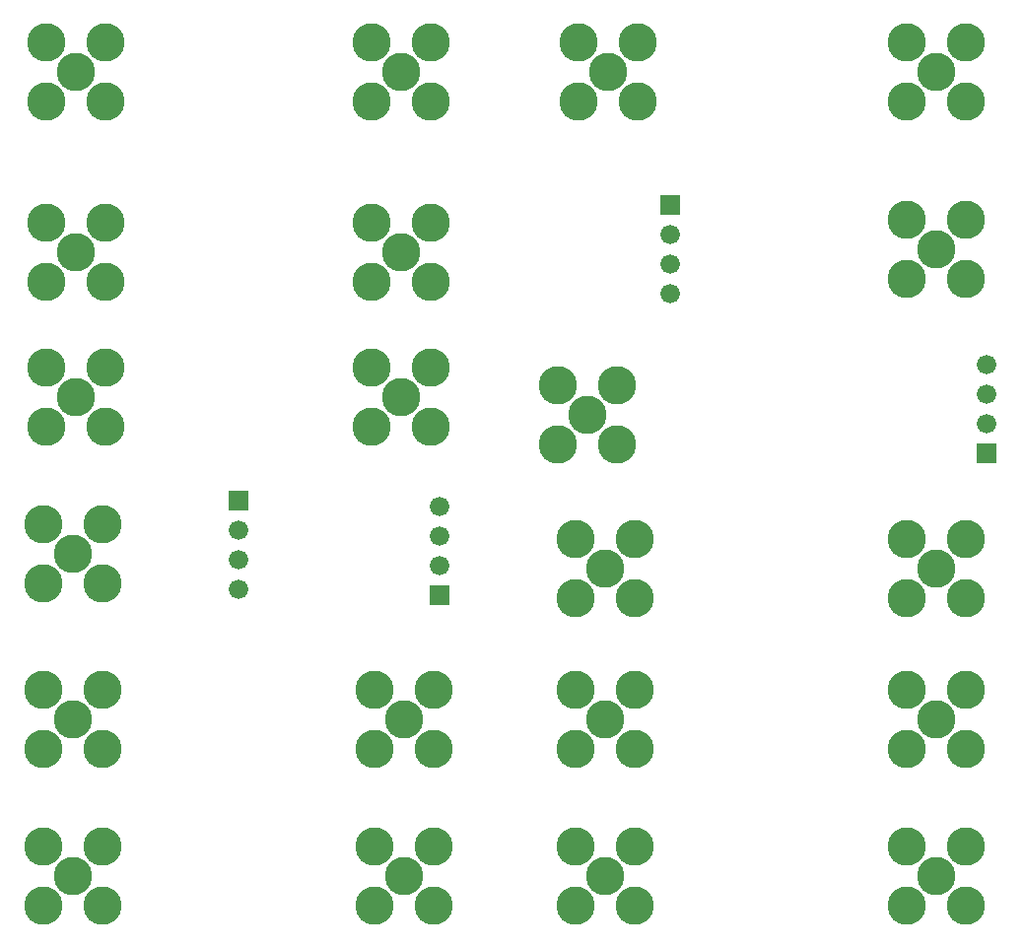
<source format=gbr>
G04 start of page 7 for group -4062 idx -4062
G04 Title: (unknown), soldermask *
G04 Creator: pcb 20080202 *
G04 CreationDate: Sat 15 Mar 2008 09:09:28 PM GMT UTC *
G04 For: matt *
G04 Format: Gerber/RS-274X *
G04 PCB-Dimensions: 360000 350000 *
G04 PCB-Coordinate-Origin: lower left *
%MOIN*%
%FSLAX24Y24*%
%LNBACKMASK*%
%ADD13C,0.0200*%
%ADD22C,0.1300*%
%ADD23C,0.0660*%
G54D22*X13200Y32500D03*
X15200D03*
X31300D03*
X33300D03*
X2200D03*
X4200D03*
Y30500D03*
X2200D03*
X3200Y31500D03*
X15200Y30500D03*
X33300D03*
X31300D03*
X32300Y31500D03*
X13200Y30500D03*
X14200Y31500D03*
X20200Y32500D03*
X22200D03*
Y30500D03*
X20200D03*
X21200Y31500D03*
X13200Y21500D03*
Y19500D03*
X14200Y20500D03*
X13200Y26400D03*
Y24400D03*
X14200Y25400D03*
X15200Y21500D03*
Y19500D03*
Y26400D03*
Y24400D03*
X19500Y20900D03*
X21500D03*
Y18900D03*
X19500D03*
X20500Y19900D03*
G54D13*G36*
X8370Y17330D02*Y16670D01*
X9030D01*
Y17330D01*
X8370D01*
G37*
G54D23*X8700Y16000D03*
Y15000D03*
Y14000D03*
G54D22*X31300Y15700D03*
Y13700D03*
X32300Y14700D03*
X33300Y15700D03*
G54D13*G36*
X33670Y18930D02*Y18270D01*
X34330D01*
Y18930D01*
X33670D01*
G37*
G54D23*X34000Y19600D03*
Y20600D03*
Y21600D03*
G54D22*X33300Y13700D03*
Y10600D03*
Y8600D03*
X31300Y10600D03*
Y8600D03*
X32300Y9600D03*
X31300Y5300D03*
X32300Y4300D03*
X33300Y5300D03*
Y3300D03*
X31300D03*
X20100Y15700D03*
X22100D03*
Y13700D03*
X20100D03*
X21100Y14700D03*
X20100Y10600D03*
Y8600D03*
X21100Y9600D03*
X20100Y5300D03*
Y3300D03*
X21100Y4300D03*
X22100Y10600D03*
Y8600D03*
Y5300D03*
Y3300D03*
X4100Y5300D03*
Y3300D03*
X3100Y4300D03*
G54D13*G36*
X22970Y27330D02*Y26670D01*
X23630D01*
Y27330D01*
X22970D01*
G37*
G54D22*X31300Y26500D03*
X33300D03*
G54D23*X23300Y26000D03*
Y25000D03*
Y24000D03*
G54D22*X33300Y24500D03*
X31300D03*
X32300Y25500D03*
X2100Y10600D03*
X4100D03*
Y8600D03*
X4200Y21500D03*
Y19500D03*
X3200Y20500D03*
X4100Y16200D03*
Y14200D03*
X3100Y9600D03*
Y15200D03*
X2100Y8600D03*
Y3300D03*
Y5300D03*
X13300D03*
X15300D03*
Y3300D03*
X13300D03*
X14300Y4300D03*
X13300Y10600D03*
Y8600D03*
X14300Y9600D03*
X15300Y10600D03*
Y8600D03*
G54D13*G36*
X15170Y14130D02*Y13470D01*
X15830D01*
Y14130D01*
X15170D01*
G37*
G54D23*X15500Y14800D03*
Y15800D03*
Y16800D03*
G54D22*X2200Y21500D03*
Y19500D03*
X2100Y16200D03*
Y14200D03*
X2200Y26400D03*
X4200D03*
Y24400D03*
X2200D03*
X3200Y25400D03*
M02*

</source>
